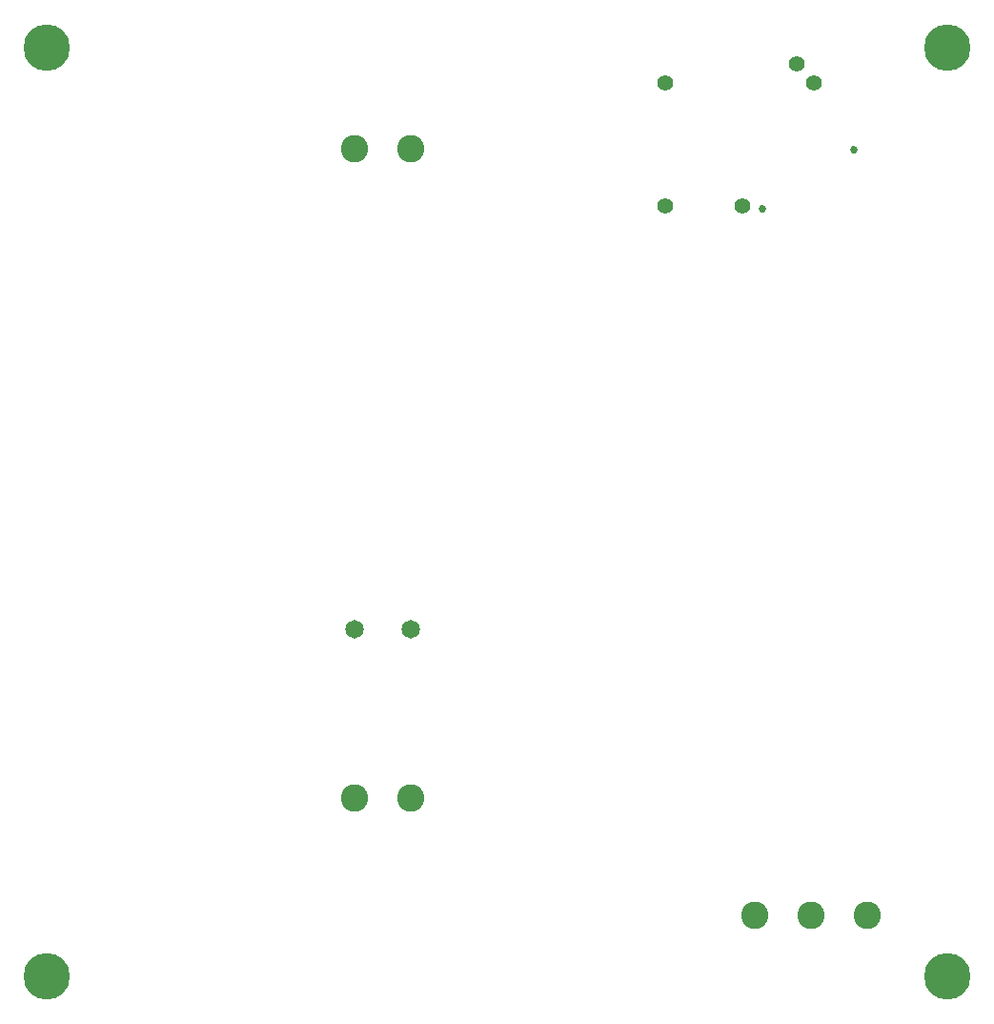
<source format=gbs>
G04*
G04 #@! TF.GenerationSoftware,Altium Limited,Altium Designer,20.1.11 (218)*
G04*
G04 Layer_Color=16711935*
%FSAX24Y24*%
%MOIN*%
G70*
G04*
G04 #@! TF.SameCoordinates,00CC2090-7CFA-4186-AAFC-0D957EDE3CA2*
G04*
G04*
G04 #@! TF.FilePolarity,Negative*
G04*
G01*
G75*
%ADD42C,0.0956*%
%ADD43C,0.1625*%
%ADD44C,0.0650*%
%ADD45C,0.0550*%
%ADD46C,0.0270*%
D42*
X012716Y030900D02*
D03*
X014684D02*
D03*
Y008200D02*
D03*
X012716D02*
D03*
X026732Y004100D02*
D03*
X030668D02*
D03*
X028700D02*
D03*
D43*
X001969Y034449D02*
D03*
X033465D02*
D03*
X001969Y001969D02*
D03*
X033465D02*
D03*
D44*
X012716Y014100D02*
D03*
X014684D02*
D03*
D45*
X026300Y028900D02*
D03*
X023600D02*
D03*
X028790Y033210D02*
D03*
X023590Y033220D02*
D03*
X028210Y033870D02*
D03*
D46*
X027010Y028813D02*
D03*
X030185Y030885D02*
D03*
M02*

</source>
